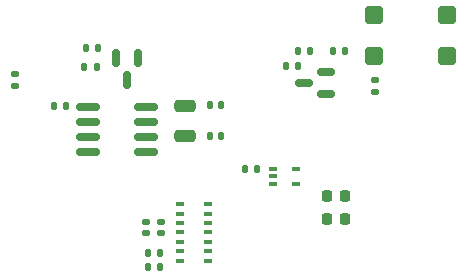
<source format=gbr>
%TF.GenerationSoftware,KiCad,Pcbnew,9.0.4*%
%TF.CreationDate,2025-10-06T13:40:32-04:00*%
%TF.ProjectId,Smarter Watch Stuff,536d6172-7465-4722-9057-617463682053,rev?*%
%TF.SameCoordinates,Original*%
%TF.FileFunction,Paste,Bot*%
%TF.FilePolarity,Positive*%
%FSLAX46Y46*%
G04 Gerber Fmt 4.6, Leading zero omitted, Abs format (unit mm)*
G04 Created by KiCad (PCBNEW 9.0.4) date 2025-10-06 13:40:32*
%MOMM*%
%LPD*%
G01*
G04 APERTURE LIST*
G04 Aperture macros list*
%AMRoundRect*
0 Rectangle with rounded corners*
0 $1 Rounding radius*
0 $2 $3 $4 $5 $6 $7 $8 $9 X,Y pos of 4 corners*
0 Add a 4 corners polygon primitive as box body*
4,1,4,$2,$3,$4,$5,$6,$7,$8,$9,$2,$3,0*
0 Add four circle primitives for the rounded corners*
1,1,$1+$1,$2,$3*
1,1,$1+$1,$4,$5*
1,1,$1+$1,$6,$7*
1,1,$1+$1,$8,$9*
0 Add four rect primitives between the rounded corners*
20,1,$1+$1,$2,$3,$4,$5,0*
20,1,$1+$1,$4,$5,$6,$7,0*
20,1,$1+$1,$6,$7,$8,$9,0*
20,1,$1+$1,$8,$9,$2,$3,0*%
G04 Aperture macros list end*
%ADD10RoundRect,0.135000X-0.135000X-0.185000X0.135000X-0.185000X0.135000X0.185000X-0.135000X0.185000X0*%
%ADD11RoundRect,0.150000X0.587500X0.150000X-0.587500X0.150000X-0.587500X-0.150000X0.587500X-0.150000X0*%
%ADD12RoundRect,0.100000X-0.225000X-0.100000X0.225000X-0.100000X0.225000X0.100000X-0.225000X0.100000X0*%
%ADD13RoundRect,0.140000X0.170000X-0.140000X0.170000X0.140000X-0.170000X0.140000X-0.170000X-0.140000X0*%
%ADD14RoundRect,0.140000X0.140000X0.170000X-0.140000X0.170000X-0.140000X-0.170000X0.140000X-0.170000X0*%
%ADD15RoundRect,0.087500X0.287500X0.087500X-0.287500X0.087500X-0.287500X-0.087500X0.287500X-0.087500X0*%
%ADD16RoundRect,0.135000X0.135000X0.185000X-0.135000X0.185000X-0.135000X-0.185000X0.135000X-0.185000X0*%
%ADD17RoundRect,0.225000X0.525000X0.525000X-0.525000X0.525000X-0.525000X-0.525000X0.525000X-0.525000X0*%
%ADD18RoundRect,0.135000X0.185000X-0.135000X0.185000X0.135000X-0.185000X0.135000X-0.185000X-0.135000X0*%
%ADD19RoundRect,0.140000X-0.140000X-0.170000X0.140000X-0.170000X0.140000X0.170000X-0.140000X0.170000X0*%
%ADD20RoundRect,0.225000X0.225000X0.250000X-0.225000X0.250000X-0.225000X-0.250000X0.225000X-0.250000X0*%
%ADD21RoundRect,0.150000X0.825000X0.150000X-0.825000X0.150000X-0.825000X-0.150000X0.825000X-0.150000X0*%
%ADD22RoundRect,0.150000X-0.150000X0.587500X-0.150000X-0.587500X0.150000X-0.587500X0.150000X0.587500X0*%
%ADD23RoundRect,0.250000X0.650000X-0.250000X0.650000X0.250000X-0.650000X0.250000X-0.650000X-0.250000X0*%
G04 APERTURE END LIST*
D10*
%TO.C,R13*%
X39990000Y-64800000D03*
X41010000Y-64800000D03*
%TD*%
D11*
%TO.C,Q3*%
X60375000Y-66800000D03*
X60375000Y-68700000D03*
X58500000Y-67750000D03*
%TD*%
D12*
%TO.C,U9*%
X55900000Y-76300000D03*
X55900000Y-75650000D03*
X55900000Y-75000000D03*
X57800000Y-75000000D03*
X57800000Y-76300000D03*
%TD*%
D13*
%TO.C,C10*%
X46400000Y-80460000D03*
X46400000Y-79500000D03*
%TD*%
D14*
%TO.C,C9*%
X54480000Y-75000000D03*
X53520000Y-75000000D03*
%TD*%
D13*
%TO.C,C11*%
X45100000Y-80460000D03*
X45100000Y-79500000D03*
%TD*%
D10*
%TO.C,R15*%
X39900000Y-66400000D03*
X40920000Y-66400000D03*
%TD*%
D15*
%TO.C,U10*%
X50400000Y-78000000D03*
X50400000Y-78800000D03*
X50400000Y-79600000D03*
X50400000Y-80400000D03*
X50400000Y-81200000D03*
X50400000Y-82000000D03*
X50400000Y-82800000D03*
X48000000Y-82800000D03*
X48000000Y-82000000D03*
X48000000Y-81200000D03*
X48000000Y-80400000D03*
X48000000Y-79600000D03*
X48000000Y-78800000D03*
X48000000Y-78000000D03*
%TD*%
D16*
%TO.C,R3*%
X62000000Y-65000000D03*
X60980000Y-65000000D03*
%TD*%
D17*
%TO.C,SW2*%
X70600000Y-65500000D03*
X64400000Y-65500000D03*
%TD*%
D18*
%TO.C,R5*%
X64500000Y-68510000D03*
X64500000Y-67490000D03*
%TD*%
D19*
%TO.C,C12*%
X45320000Y-82100000D03*
X46280000Y-82100000D03*
%TD*%
%TO.C,C3*%
X50520000Y-69600000D03*
X51480000Y-69600000D03*
%TD*%
D14*
%TO.C,C13*%
X46260000Y-83300000D03*
X45300000Y-83300000D03*
%TD*%
D17*
%TO.C,SW1*%
X70600000Y-62000000D03*
X64400000Y-62000000D03*
%TD*%
D20*
%TO.C,C19*%
X61950000Y-79300000D03*
X60400000Y-79300000D03*
%TD*%
D21*
%TO.C,U1*%
X45150000Y-69790000D03*
X45150000Y-71060000D03*
X45150000Y-72330000D03*
X45150000Y-73600000D03*
X40200000Y-73600000D03*
X40200000Y-72330000D03*
X40200000Y-71060000D03*
X40200000Y-69790000D03*
%TD*%
D10*
%TO.C,R14*%
X56980000Y-66300000D03*
X58000000Y-66300000D03*
%TD*%
D13*
%TO.C,C6*%
X34000000Y-67960000D03*
X34000000Y-67000000D03*
%TD*%
D10*
%TO.C,R12*%
X57990000Y-65000000D03*
X59010000Y-65000000D03*
%TD*%
D22*
%TO.C,Q2*%
X42550000Y-65625000D03*
X44450000Y-65625000D03*
X43500000Y-67500000D03*
%TD*%
D14*
%TO.C,C1*%
X38300000Y-69700000D03*
X37340000Y-69700000D03*
%TD*%
D20*
%TO.C,C18*%
X61950000Y-77300000D03*
X60400000Y-77300000D03*
%TD*%
D19*
%TO.C,C2*%
X50520000Y-72200000D03*
X51480000Y-72200000D03*
%TD*%
D23*
%TO.C,Y1*%
X48400000Y-72200000D03*
X48400000Y-69700000D03*
%TD*%
M02*

</source>
